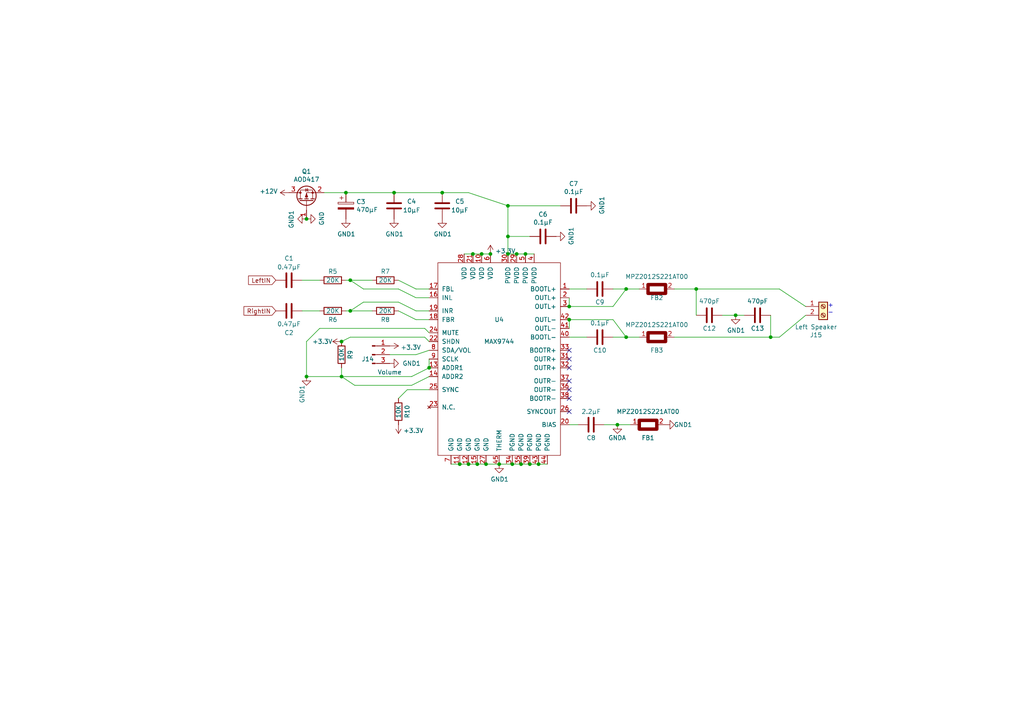
<source format=kicad_sch>
(kicad_sch (version 20211123) (generator eeschema)
  (paper "A4")
  (lib_symbols
    (symbol "Connector:Conn_01x03_Male" (pin_names (offset 1.016) hide)
      (property "Reference" "J" (at 0 5.08 0))
      (property "Value" "Conn_01x03_Male" (at 0 -5.08 0))
      (symbol "Conn_01x03_Male_1_1"
        (polyline (pts (xy 1.27 -2.54) (xy 0.8636 -2.54)) (stroke (width 0.1524)))
        (polyline (pts (xy 1.27 0) (xy 0.8636 0)) (stroke (width 0.1524)))
        (polyline (pts (xy 1.27 2.54) (xy 0.8636 2.54)) (stroke (width 0.1524)))
        (rectangle (start 0.8636 -2.413) (end 0 -2.667) (stroke (width 0.1524)) (fill (type outline)))
        (rectangle (start 0.8636 0.127) (end 0 -0.127) (stroke (width 0.1524)) (fill (type outline)))
        (rectangle (start 0.8636 2.667) (end 0 2.413) (stroke (width 0.1524)) (fill (type outline)))
        (pin passive line (at 5.08 2.54 180) (length 3.81) (name "Pin_1") (number "1"))
        (pin passive line (at 5.08 0 180) (length 3.81) (name "Pin_2") (number "2"))
        (pin passive line (at 5.08 -2.54 180) (length 3.81) (name "Pin_3") (number "3"))
      )
    )
    (symbol "Connector:Screw_Terminal_01x02" (pin_names (offset 1.016) hide)
      (property "Reference" "J" (at 0 2.54 0))
      (property "Value" "Screw_Terminal_01x02" (at 0 -5.08 0))
      (symbol "Screw_Terminal_01x02_1_1"
        (rectangle (start -1.27 1.27) (end 1.27 -3.81) (stroke (width 0.254)) (fill (type background)))
        (circle (center 0 -2.54) (radius 0.635) (stroke (width 0.1524)))
        (polyline (pts (xy -0.5334 -2.2098) (xy 0.3302 -3.048)) (stroke (width 0.1524)))
        (polyline (pts (xy -0.5334 0.3302) (xy 0.3302 -0.508)) (stroke (width 0.1524)))
        (polyline (pts (xy -0.3556 -2.032) (xy 0.508 -2.8702)) (stroke (width 0.1524)))
        (polyline (pts (xy -0.3556 0.508) (xy 0.508 -0.3302)) (stroke (width 0.1524)))
        (circle (center 0 0) (radius 0.635) (stroke (width 0.1524)))
        (pin passive line (at -5.08 0 0) (length 3.81) (name "Pin_1") (number "1"))
        (pin passive line (at -5.08 -2.54 0) (length 3.81) (name "Pin_2") (number "2"))
      )
    )
    (symbol "Device:C" (pin_numbers hide) (pin_names (offset 0.254))
      (property "Reference" "C" (at 0.635 2.54 0))
      (property "Value" "C" (at 0.635 -2.54 0))
      (symbol "C_0_1"
        (polyline (pts (xy -2.032 -0.762) (xy 2.032 -0.762)) (stroke (width 0.508)))
        (polyline (pts (xy -2.032 0.762) (xy 2.032 0.762)) (stroke (width 0.508)))
      )
      (symbol "C_1_1"
        (pin passive line (at 0 3.81 270) (length 2.794) (name "~") (number "1"))
        (pin passive line (at 0 -3.81 90) (length 2.794) (name "~") (number "2"))
      )
    )
    (symbol "Device:C_Polarized" (pin_numbers hide) (pin_names (offset 0.254))
      (property "Reference" "C" (at 0.635 2.54 0))
      (property "Value" "C_Polarized" (at 0.635 -2.54 0))
      (symbol "C_Polarized_0_1"
        (rectangle (start -2.286 0.508) (end 2.286 1.016))
        (polyline (pts (xy -1.778 2.286) (xy -0.762 2.286)))
        (polyline (pts (xy -1.27 2.794) (xy -1.27 1.778)))
        (rectangle (start 2.286 -0.508) (end -2.286 -1.016) (fill (type outline)))
      )
      (symbol "C_Polarized_1_1"
        (pin passive line (at 0 3.81 270) (length 2.794) (name "~") (number "1"))
        (pin passive line (at 0 -3.81 90) (length 2.794) (name "~") (number "2"))
      )
    )
    (symbol "Device:R" (pin_numbers hide) (pin_names (offset 0))
      (property "Reference" "R" (at 2.032 0 90))
      (property "Value" "R" (at 0 0 90))
      (symbol "R_0_1"
        (rectangle (start -1.016 -2.54) (end 1.016 2.54) (stroke (width 0.254)))
      )
      (symbol "R_1_1"
        (pin passive line (at 0 3.81 270) (length 1.27) (name "~") (number "1"))
        (pin passive line (at 0 -3.81 90) (length 1.27) (name "~") (number "2"))
      )
    )
    (symbol "Transistor_FET:AO3401A" (pin_names hide)
      (property "Reference" "Q" (at 5.08 1.905 0))
      (property "Value" "AO3401A" (at 5.08 0 0))
      (symbol "AO3401A_0_1"
        (polyline (pts (xy 0.254 0) (xy -2.54 0)))
        (polyline (pts (xy 0.254 1.905) (xy 0.254 -1.905)) (stroke (width 0.254)))
        (polyline (pts (xy 0.762 -1.27) (xy 0.762 -2.286)) (stroke (width 0.254)))
        (polyline (pts (xy 0.762 0.508) (xy 0.762 -0.508)) (stroke (width 0.254)))
        (polyline (pts (xy 0.762 2.286) (xy 0.762 1.27)) (stroke (width 0.254)))
        (polyline (pts (xy 2.54 2.54) (xy 2.54 1.778)))
        (polyline (pts (xy 2.54 -2.54) (xy 2.54 0) (xy 0.762 0)))
        (polyline (pts (xy 0.762 1.778) (xy 3.302 1.778) (xy 3.302 -1.778) (xy 0.762 -1.778)))
        (polyline (pts (xy 2.286 0) (xy 1.27 0.381) (xy 1.27 -0.381) (xy 2.286 0)) (fill (type outline)))
        (polyline (pts (xy 2.794 -0.508) (xy 2.921 -0.381) (xy 3.683 -0.381) (xy 3.81 -0.254)))
        (polyline (pts (xy 3.302 -0.381) (xy 2.921 0.254) (xy 3.683 0.254) (xy 3.302 -0.381)))
        (circle (center 1.651 0) (radius 2.794) (stroke (width 0.254)))
        (circle (center 2.54 -1.778) (radius 0.254) (fill (type outline)))
        (circle (center 2.54 1.778) (radius 0.254) (fill (type outline)))
      )
      (symbol "AO3401A_1_1"
        (pin input line (at -5.08 0 0) (length 2.54) (name "G") (number "1"))
        (pin passive line (at 2.54 -5.08 90) (length 2.54) (name "S") (number "2"))
        (pin passive line (at 2.54 5.08 270) (length 2.54) (name "D") (number "3"))
      )
    )
    (symbol "UsefulModifications:MAX9744" (pin_names (offset 1.1176))
      (property "Reference" "U" (at 0 3.81 0))
      (property "Value" "MAX9744" (at 0 6.35 0))
      (symbol "MAX9744_0_1"
        (polyline (pts (xy -17.78 22.86) (xy 17.78 22.86) (xy 17.78 -33.02) (xy -17.78 -33.02) (xy -17.78 22.86)))
      )
      (symbol "MAX9744_1_1"
        (pin output line (at 20.32 15.24 180) (length 2.54) (name "BOOTL+") (number "1"))
        (pin power_in line (at -5.08 25.4 270) (length 2.54) (name "VDD") (number "10"))
        (pin passive line (at -11.43 -35.56 90) (length 2.54) (name "GND") (number "11"))
        (pin passive line (at -8.89 -35.56 90) (length 2.54) (name "GND") (number "12"))
        (pin input line (at -20.32 -7.62 0) (length 2.54) (name "ADDR1") (number "13"))
        (pin input line (at -20.32 -10.16 0) (length 2.54) (name "ADDR2") (number "14"))
        (pin passive line (at -6.35 -35.56 90) (length 2.54) (name "GND") (number "15"))
        (pin passive line (at -20.32 12.7 0) (length 2.54) (name "INL") (number "16"))
        (pin passive line (at -20.32 15.24 0) (length 2.54) (name "FBL") (number "17"))
        (pin passive line (at -20.32 6.35 0) (length 2.54) (name "FBR") (number "18"))
        (pin passive line (at -20.32 8.89 0) (length 2.54) (name "INR") (number "19"))
        (pin passive line (at 20.32 12.7 180) (length 2.54) (name "OUTL+") (number "2"))
        (pin passive line (at 20.32 -24.13 180) (length 2.54) (name "BIAS") (number "20"))
        (pin power_in line (at -7.62 25.4 270) (length 2.54) (name "VDD") (number "21"))
        (pin input line (at -20.32 0 0) (length 2.54) (name "SHDN") (number "22"))
        (pin no_connect line (at -20.32 -19.05 0) (length 2.54) (name "N.C.") (number "23"))
        (pin input line (at -20.32 2.54 0) (length 2.54) (name "MUTE") (number "24"))
        (pin input line (at -20.32 -13.97 0) (length 2.54) (name "SYNC") (number "25"))
        (pin output line (at 20.32 -20.32 180) (length 2.54) (name "SYNCOUT") (number "26"))
        (pin passive line (at -3.81 -35.56 90) (length 2.54) (name "GND") (number "27"))
        (pin power_in line (at -10.16 25.4 270) (length 2.54) (name "VDD") (number "28"))
        (pin power_in line (at 5.08 25.4 270) (length 2.54) (name "PVDD") (number "29"))
        (pin output line (at 20.32 10.16 180) (length 2.54) (name "OUTL+") (number "3"))
        (pin power_in line (at 2.54 25.4 270) (length 2.54) (name "PVDD") (number "30"))
        (pin output line (at 20.32 -5.08 180) (length 2.54) (name "OUTR+") (number "31"))
        (pin output line (at 20.32 -7.62 180) (length 2.54) (name "OUTR+") (number "32"))
        (pin output line (at 20.32 -2.54 180) (length 2.54) (name "BOOTR+") (number "33"))
        (pin passive line (at 3.81 -35.56 90) (length 2.54) (name "PGND") (number "34"))
        (pin passive line (at 6.35 -35.56 90) (length 2.54) (name "PGND") (number "35"))
        (pin output line (at 20.32 -13.97 180) (length 2.54) (name "OUTR-") (number "36"))
        (pin output line (at 20.32 -11.43 180) (length 2.54) (name "OUTR-") (number "37"))
        (pin output line (at 20.32 -16.51 180) (length 2.54) (name "BOOTR-") (number "38"))
        (pin passive line (at 8.89 -35.56 90) (length 2.54) (name "PGND") (number "39"))
        (pin power_in line (at 10.16 25.4 270) (length 2.54) (name "PVDD") (number "4"))
        (pin output line (at 20.32 1.27 180) (length 2.54) (name "BOOTL-") (number "40"))
        (pin passive line (at 20.32 3.81 180) (length 2.54) (name "OUTL-") (number "41"))
        (pin output line (at 20.32 6.35 180) (length 2.54) (name "OUTL-") (number "42"))
        (pin passive line (at 11.43 -35.56 90) (length 2.54) (name "PGND") (number "43"))
        (pin passive line (at 13.97 -35.56 90) (length 2.54) (name "PGND") (number "44"))
        (pin passive line (at 0 -35.56 90) (length 2.54) (name "THERM") (number "45"))
        (pin power_in line (at 7.62 25.4 270) (length 2.54) (name "PVDD") (number "5"))
        (pin power_in line (at -2.54 25.4 270) (length 2.54) (name "VDD") (number "6"))
        (pin passive line (at -13.97 -35.56 90) (length 2.54) (name "GND") (number "7"))
        (pin input line (at -20.32 -2.54 0) (length 2.54) (name "SDA/VOL") (number "8"))
        (pin input line (at -20.32 -5.08 0) (length 2.54) (name "SCLK") (number "9"))
      )
    )
    (symbol "UsefulModifications:MPZ2012S221AT00" (pin_names (offset 1.016))
      (property "Reference" "FB" (at 0 -2.54 0))
      (property "Value" "MPZ2012S221AT00" (at 0 0 0))
      (symbol "MPZ2012S221AT00_0_1"
        (polyline (pts (xy -2.54 -6.35) (xy -2.54 -5.08) (xy 2.54 -5.08) (xy 2.54 -6.35) (xy 2.54 -7.62) (xy -2.54 -7.62) (xy -2.54 -6.35) (xy -2.54 -5.08)) (stroke (width 0.9906)))
      )
      (symbol "MPZ2012S221AT00_1_1"
        (pin passive line (at -5.08 -6.35 0) (length 2.54) (name "~") (number "1"))
        (pin passive line (at 5.08 -6.35 180) (length 2.54) (name "~") (number "2"))
      )
    )
    (symbol "power:+12V" (power) (pin_names (offset 0))
      (property "Value" "+12V" (at 0 3.556 0))
      (symbol "+12V_0_1"
        (polyline (pts (xy -0.762 1.27) (xy 0 2.54)))
        (polyline (pts (xy 0 0) (xy 0 2.54)))
        (polyline (pts (xy 0 2.54) (xy 0.762 1.27)))
      )
      (symbol "+12V_1_1"
        (pin power_in line (at 0 0 90) (length 0) hide (name "+12V") (number "1"))
      )
    )
    (symbol "power:+3.3V" (power) (pin_names (offset 0))
      (property "Value" "+3.3V" (at 0 3.556 0))
      (symbol "+3.3V_0_1"
        (polyline (pts (xy -0.762 1.27) (xy 0 2.54)))
        (polyline (pts (xy 0 0) (xy 0 2.54)))
        (polyline (pts (xy 0 2.54) (xy 0.762 1.27)))
      )
      (symbol "+3.3V_1_1"
        (pin power_in line (at 0 0 90) (length 0) hide (name "+3.3V") (number "1"))
      )
    )
    (symbol "power:GND" (power) (pin_names (offset 0))
      (property "Value" "GND" (at 0 -3.81 0))
      (symbol "GND_0_1"
        (polyline (pts (xy 0 0) (xy 0 -1.27) (xy 1.27 -1.27) (xy 0 -2.54) (xy -1.27 -1.27) (xy 0 -1.27)))
      )
      (symbol "GND_1_1"
        (pin power_in line (at 0 0 270) (length 0) hide (name "GND") (number "1"))
      )
    )
    (symbol "power:GND1" (power) (pin_names (offset 0))
      (property "Value" "GND1" (at 0 -3.81 0))
      (symbol "GND1_0_1"
        (polyline (pts (xy 0 0) (xy 0 -1.27) (xy 1.27 -1.27) (xy 0 -2.54) (xy -1.27 -1.27) (xy 0 -1.27)))
      )
      (symbol "GND1_1_1"
        (pin power_in line (at 0 0 270) (length 0) hide (name "GND1") (number "1"))
      )
    )
    (symbol "power:GNDA" (power) (pin_names (offset 0))
      (property "Value" "GNDA" (at 0 -3.81 0))
      (symbol "GNDA_0_1"
        (polyline (pts (xy 0 0) (xy 0 -1.27) (xy 1.27 -1.27) (xy 0 -2.54) (xy -1.27 -1.27) (xy 0 -1.27)))
      )
      (symbol "GNDA_1_1"
        (pin power_in line (at 0 0 270) (length 0) hide (name "GNDA") (number "1"))
      )
    )
  )
  (junction (at 179.07 123.19))
  (junction (at 181.61 97.79))
  (junction (at 101.6 90.17))
  (junction (at 144.78 134.62))
  (junction (at 101.6 81.28))
  (junction (at 213.36 91.44))
  (junction (at 153.67 134.62))
  (junction (at 133.35 134.62))
  (junction (at 114.3 55.88))
  (junction (at 152.4 73.66))
  (junction (at 165.1 88.9))
  (junction (at 139.7 73.66))
  (junction (at 165.1 92.71))
  (junction (at 124.46 106.68))
  (junction (at 138.43 134.62))
  (junction (at 128.27 55.88))
  (junction (at 88.9 63.5))
  (junction (at 135.89 134.62))
  (junction (at 223.52 97.79))
  (junction (at 147.32 73.66))
  (junction (at 156.21 134.62))
  (junction (at 149.86 73.66))
  (junction (at 181.61 83.82))
  (junction (at 147.32 59.69))
  (junction (at 88.9 109.22))
  (junction (at 137.16 73.66))
  (junction (at 100.33 55.88))
  (junction (at 99.06 109.22))
  (junction (at 140.97 134.62))
  (junction (at 99.06 99.06))
  (junction (at 147.32 68.58))
  (junction (at 201.93 83.82))
  (junction (at 148.59 134.62))
  (junction (at 142.24 73.66))
  (junction (at 151.13 134.62))
  (no_connect (at 165.1 106.68))
  (no_connect (at 165.1 110.49))
  (no_connect (at 165.1 119.38))
  (no_connect (at 165.1 115.57))
  (no_connect (at 165.1 101.6))
  (no_connect (at 165.1 113.03))
  (no_connect (at 165.1 104.14))
  (wire (pts (xy 177.8 83.82) (xy 181.61 83.82)))
  (wire (pts (xy 201.93 91.44) (xy 201.93 83.82)))
  (wire (pts (xy 144.78 134.62) (xy 148.59 134.62)))
  (wire (pts (xy 88.9 109.22) (xy 99.06 109.22)))
  (wire (pts (xy 138.43 134.62) (xy 140.97 134.62)))
  (wire (pts (xy 147.32 73.66) (xy 149.86 73.66)))
  (wire (pts (xy 120.65 92.71) (xy 124.46 92.71)))
  (wire (pts (xy 137.16 73.66) (xy 139.7 73.66)))
  (wire (pts (xy 99.06 106.68) (xy 99.06 109.22)))
  (wire (pts (xy 102.87 111.76) (xy 99.06 109.22)))
  (wire (pts (xy 152.4 73.66) (xy 154.94 73.66)))
  (wire (pts (xy 114.3 55.88) (xy 128.27 55.88)))
  (wire (pts (xy 165.1 95.25) (xy 165.1 92.71)))
  (wire (pts (xy 124.46 104.14) (xy 124.46 106.68)))
  (wire (pts (xy 105.41 83.82) (xy 101.6 81.28)))
  (wire (pts (xy 124.46 99.06) (xy 123.19 97.79)))
  (wire (pts (xy 179.07 123.19) (xy 182.88 123.19)))
  (wire (pts (xy 209.55 91.44) (xy 213.36 91.44)))
  (wire (pts (xy 165.1 83.82) (xy 170.18 83.82)))
  (wire (pts (xy 135.89 55.88) (xy 147.32 59.69)))
  (wire (pts (xy 124.46 106.68) (xy 119.38 109.22)))
  (wire (pts (xy 115.57 81.28) (xy 120.65 83.82)))
  (wire (pts (xy 107.95 90.17) (xy 101.6 90.17)))
  (wire (pts (xy 226.06 97.79) (xy 233.68 91.44)))
  (wire (pts (xy 139.7 73.66) (xy 142.24 73.66)))
  (wire (pts (xy 123.19 97.79) (xy 101.6 97.79)))
  (wire (pts (xy 101.6 90.17) (xy 100.33 90.17)))
  (wire (pts (xy 115.57 90.17) (xy 120.65 92.71)))
  (wire (pts (xy 113.03 102.87) (xy 120.65 102.87)))
  (wire (pts (xy 147.32 59.69) (xy 147.32 68.58)))
  (wire (pts (xy 147.32 73.66) (xy 147.32 68.58)))
  (wire (pts (xy 149.86 73.66) (xy 152.4 73.66)))
  (wire (pts (xy 124.46 109.22) (xy 119.38 111.76)))
  (wire (pts (xy 87.63 90.17) (xy 92.71 90.17)))
  (wire (pts (xy 115.57 83.82) (xy 120.65 86.36)))
  (wire (pts (xy 118.11 113.03) (xy 124.46 113.03)))
  (wire (pts (xy 201.93 83.82) (xy 226.06 83.82)))
  (wire (pts (xy 123.19 95.25) (xy 92.71 95.25)))
  (wire (pts (xy 115.57 115.57) (xy 118.11 113.03)))
  (wire (pts (xy 181.61 83.82) (xy 185.42 83.82)))
  (wire (pts (xy 130.81 134.62) (xy 133.35 134.62)))
  (wire (pts (xy 105.41 87.63) (xy 115.57 87.63)))
  (wire (pts (xy 223.52 91.44) (xy 223.52 97.79)))
  (wire (pts (xy 120.65 102.87) (xy 124.46 101.6)))
  (wire (pts (xy 105.41 83.82) (xy 115.57 83.82)))
  (wire (pts (xy 140.97 134.62) (xy 144.78 134.62)))
  (wire (pts (xy 165.1 92.71) (xy 177.8 92.71)))
  (wire (pts (xy 177.8 97.79) (xy 181.61 97.79)))
  (wire (pts (xy 226.06 83.82) (xy 233.68 88.9)))
  (wire (pts (xy 213.36 91.44) (xy 215.9 91.44)))
  (wire (pts (xy 105.41 87.63) (xy 101.6 90.17)))
  (wire (pts (xy 151.13 134.62) (xy 153.67 134.62)))
  (wire (pts (xy 119.38 111.76) (xy 102.87 111.76)))
  (wire (pts (xy 165.1 88.9) (xy 177.8 88.9)))
  (wire (pts (xy 148.59 134.62) (xy 151.13 134.62)))
  (wire (pts (xy 124.46 96.52) (xy 123.19 95.25)))
  (wire (pts (xy 177.8 92.71) (xy 181.61 97.79)))
  (wire (pts (xy 147.32 68.58) (xy 153.67 68.58)))
  (wire (pts (xy 165.1 86.36) (xy 165.1 88.9)))
  (wire (pts (xy 175.26 123.19) (xy 179.07 123.19)))
  (wire (pts (xy 87.63 81.28) (xy 92.71 81.28)))
  (wire (pts (xy 120.65 83.82) (xy 124.46 83.82)))
  (wire (pts (xy 115.57 87.63) (xy 120.65 90.17)))
  (wire (pts (xy 134.62 73.66) (xy 137.16 73.66)))
  (wire (pts (xy 101.6 81.28) (xy 100.33 81.28)))
  (wire (pts (xy 93.98 55.88) (xy 100.33 55.88)))
  (wire (pts (xy 223.52 97.79) (xy 226.06 97.79)))
  (wire (pts (xy 128.27 55.88) (xy 135.89 55.88)))
  (wire (pts (xy 165.1 97.79) (xy 170.18 97.79)))
  (wire (pts (xy 119.38 109.22) (xy 99.06 109.22)))
  (wire (pts (xy 101.6 97.79) (xy 99.06 99.06)))
  (wire (pts (xy 147.32 59.69) (xy 162.56 59.69)))
  (wire (pts (xy 177.8 88.9) (xy 181.61 83.82)))
  (wire (pts (xy 181.61 97.79) (xy 185.42 97.79)))
  (wire (pts (xy 165.1 123.19) (xy 167.64 123.19)))
  (wire (pts (xy 120.65 90.17) (xy 124.46 90.17)))
  (wire (pts (xy 153.67 134.62) (xy 156.21 134.62)))
  (wire (pts (xy 195.58 83.82) (xy 201.93 83.82)))
  (wire (pts (xy 88.9 99.06) (xy 92.71 95.25)))
  (wire (pts (xy 195.58 97.79) (xy 223.52 97.79)))
  (wire (pts (xy 135.89 134.62) (xy 138.43 134.62)))
  (wire (pts (xy 120.65 86.36) (xy 124.46 86.36)))
  (wire (pts (xy 107.95 81.28) (xy 101.6 81.28)))
  (wire (pts (xy 156.21 134.62) (xy 158.75 134.62)))
  (wire (pts (xy 100.33 55.88) (xy 114.3 55.88)))
  (wire (pts (xy 133.35 134.62) (xy 135.89 134.62)))
  (wire (pts (xy 88.9 99.06) (xy 88.9 109.22)))
  (text "+\n-" (at 240.03 91.44 0) (effects (font (size 1.27 1.27)) (justify left bottom)))
  (global_label "RightIN" (shape input) (at 80.01 90.17 180) (property "Intersheet References" "${INTERSHEET_REFS}" (effects hide)))
  (global_label "LeftIN" (shape input) (at 80.01 81.28 180) (property "Intersheet References" "${INTERSHEET_REFS}" (effects hide)))
  (symbol (lib_id "UsefulModifications:MAX9744") (at 144.78 99.06 0) (unit 1)
    (property "Reference" "U4" (at 144.78 92.71 0))
    (property "Value" "MAX9744" (at 144.78 99.06 0))
    (property "Footprint" "Useful Modifications:max9744eth&plus_Mod" (effects hide))
    (property "Datasheet" "https://datasheets.maximintegrated.com/en/ds/MAX9744.pdf" (effects hide))
    (property "DigiKey ID" "MAX9744ETH+-ND" (effects hide))
  )
  (symbol (lib_id "power:GND1") (at 161.29 68.58 90) (unit 1)
    (property "Reference" "#PWR058" (effects hide))
    (property "Value" "GND1" (at 165.6842 68.453 0))
  )
  (symbol (lib_id "Device:C") (at 157.48 68.58 270) (unit 1)
    (property "Reference" "C6" (at 157.48 62.1792 90))
    (property "Value" "0.1µF" (at 157.48 64.4906 90))
    (property "Footprint" "Capacitor_SMD:C_0805_2012Metric_Pad1.15x1.40mm_HandSolder" (effects hide))
    (property "Datasheet" "https://content.kemet.com/datasheets/KEM_C1002_X7R_SMD.pdf" (effects hide))
    (property "DigiKey ID" "	399-8000-1-ND" (effects hide))
  )
  (symbol (lib_id "Device:C") (at 166.37 59.69 270) (unit 1)
    (property "Reference" "C7" (at 166.37 53.2892 90))
    (property "Value" "0.1µF" (at 166.37 55.6006 90))
    (property "Footprint" "Capacitor_SMD:C_0805_2012Metric_Pad1.15x1.40mm_HandSolder" (effects hide))
    (property "Datasheet" "https://content.kemet.com/datasheets/KEM_C1002_X7R_SMD.pdf" (effects hide))
    (property "DigiKey ID" "	399-8000-1-ND" (effects hide))
  )
  (symbol (lib_id "power:GND1") (at 144.78 134.62 0) (unit 1)
    (property "Reference" "#PWR055" (effects hide))
    (property "Value" "GND1" (at 144.907 139.0142 0))
  )
  (symbol (lib_id "power:GND1") (at 170.18 59.69 90) (unit 1)
    (property "Reference" "#PWR060" (effects hide))
    (property "Value" "GND1" (at 174.5742 59.563 0))
  )
  (symbol (lib_id "Device:C") (at 173.99 83.82 270) (unit 1)
    (property "Reference" "C9" (at 173.99 87.63 90))
    (property "Value" "0.1µF" (at 173.99 79.7306 90))
    (property "Footprint" "Capacitor_SMD:C_0805_2012Metric_Pad1.15x1.40mm_HandSolder" (effects hide))
    (property "Datasheet" "https://content.kemet.com/datasheets/KEM_C1002_X7R_SMD.pdf" (effects hide))
    (property "DigiKey ID" "	399-8000-1-ND" (effects hide))
  )
  (symbol (lib_id "Device:C") (at 173.99 97.79 270) (unit 1)
    (property "Reference" "C10" (at 173.99 101.6 90))
    (property "Value" "0.1µF" (at 173.99 93.7006 90))
    (property "Footprint" "Capacitor_SMD:C_0805_2012Metric_Pad1.15x1.40mm_HandSolder" (effects hide))
    (property "Datasheet" "https://content.kemet.com/datasheets/KEM_C1002_X7R_SMD.pdf" (effects hide))
    (property "DigiKey ID" "	399-8000-1-ND" (effects hide))
  )
  (symbol (lib_id "UsefulModifications:MPZ2012S221AT00") (at 190.5 77.47 0) (unit 1)
    (property "Reference" "FB2" (at 190.5 86.36 0))
    (property "Value" "MPZ2012S221AT00" (at 190.5 80.2386 0))
    (property "Footprint" "Inductor_SMD:L_0805_2012Metric_Pad1.15x1.40mm_HandSolder" (effects hide))
    (property "Datasheet" "https://product.tdk.com/info/en/catalog/datasheets/beads_commercial_power_mpz2012_en.pdf" (effects hide))
    (property "DigiKey ID" "445-1568-1-ND" (effects hide))
  )
  (symbol (lib_id "UsefulModifications:MPZ2012S221AT00") (at 190.5 91.44 0) (unit 1)
    (property "Reference" "FB3" (at 190.5 101.6 0))
    (property "Value" "MPZ2012S221AT00" (at 190.5 94.2086 0))
    (property "Footprint" "Inductor_SMD:L_0805_2012Metric_Pad1.15x1.40mm_HandSolder" (effects hide))
    (property "Datasheet" "https://product.tdk.com/info/en/catalog/datasheets/beads_commercial_power_mpz2012_en.pdf" (effects hide))
    (property "DigiKey ID" "445-1568-1-ND" (effects hide))
  )
  (symbol (lib_id "Device:C") (at 205.74 91.44 270) (unit 1)
    (property "Reference" "C12" (at 205.74 95.25 90))
    (property "Value" "470pF" (at 205.74 87.3506 90))
    (property "Footprint" "Capacitor_SMD:C_0805_2012Metric_Pad1.15x1.40mm_HandSolder" (effects hide))
    (property "Datasheet" "https://content.kemet.com/datasheets/KEM_C1002_X7R_SMD.pdf" (effects hide))
    (property "DigiKey ID" "399-1142-1-ND" (effects hide))
  )
  (symbol (lib_id "Device:C") (at 219.71 91.44 270) (unit 1)
    (property "Reference" "C13" (at 219.71 95.25 90))
    (property "Value" "470pF" (at 219.71 87.3506 90))
    (property "Footprint" "Capacitor_SMD:C_0805_2012Metric_Pad1.15x1.40mm_HandSolder" (effects hide))
    (property "Datasheet" "https://content.kemet.com/datasheets/KEM_C1002_X7R_SMD.pdf" (effects hide))
    (property "DigiKey ID" "399-1142-1-ND" (effects hide))
  )
  (symbol (lib_id "Connector:Screw_Terminal_01x02") (at 238.76 88.9 0) (unit 1)
    (property "Reference" "J15" (at 236.6772 97.155 0))
    (property "Value" "Left Speaker" (at 236.6772 94.8436 0))
    (property "Footprint" "Useful Modifications:TerminalBlock_bornier-2_P5.08mm" (effects hide))
  )
  (symbol (lib_id "power:GND1") (at 213.36 91.44 0) (unit 1)
    (property "Reference" "#PWR065" (effects hide))
    (property "Value" "GND1" (at 213.487 95.8342 0))
  )
  (symbol (lib_id "Device:C") (at 171.45 123.19 90) (unit 1)
    (property "Reference" "C8" (at 171.45 127 90))
    (property "Value" "2.2µF" (at 171.45 119.38 90))
    (property "Footprint" "Capacitor_SMD:C_0805_2012Metric_Pad1.15x1.40mm_HandSolder" (effects hide))
    (property "Datasheet" "https://content.kemet.com/datasheets/KEM_C1002_X7R_SMD.pdf" (effects hide))
    (property "DigiKey ID" "399-11941-1-ND" (effects hide))
  )
  (symbol (lib_id "UsefulModifications:MPZ2012S221AT00") (at 187.96 116.84 0) (unit 1)
    (property "Reference" "FB1" (at 187.96 127 0))
    (property "Value" "MPZ2012S221AT00" (at 187.96 119.38 0))
    (property "Footprint" "Inductor_SMD:L_0805_2012Metric_Pad1.15x1.40mm_HandSolder" (effects hide))
    (property "Datasheet" "https://product.tdk.com/info/en/catalog/datasheets/beads_commercial_power_mpz2012_en.pdf" (effects hide))
    (property "DigiKey ID" "445-1568-1-ND" (effects hide))
  )
  (symbol (lib_id "power:GND1") (at 193.04 123.19 90) (unit 1)
    (property "Reference" "#PWR064" (effects hide))
    (property "Value" "GND1" (at 198.12 123.19 90))
  )
  (symbol (lib_id "power:GNDA") (at 179.07 123.19 0) (unit 1)
    (property "Reference" "#PWR061" (effects hide))
    (property "Value" "GNDA" (at 181.61 127 0) (effects (justify right)))
  )
  (symbol (lib_id "Device:R") (at 111.76 81.28 270) (unit 1)
    (property "Reference" "R7" (at 111.76 78.74 90))
    (property "Value" "20K" (at 111.76 81.28 90))
    (property "Footprint" "Resistor_SMD:R_0805_2012Metric_Pad1.15x1.40mm_HandSolder" (effects hide))
    (property "Datasheet" "https://www.yageo.com/upload/media/product/productsearch/datasheet/rchip/PYu-RC_Group_51_RoHS_L_11.pdf" (effects hide))
    (property "DigiKey ID" "	311-20.0KCRCT-ND" (effects hide))
  )
  (symbol (lib_id "Device:R") (at 111.76 90.17 270) (unit 1)
    (property "Reference" "R8" (at 111.76 92.71 90))
    (property "Value" "20K" (at 111.76 90.17 90))
    (property "Footprint" "Resistor_SMD:R_0805_2012Metric_Pad1.15x1.40mm_HandSolder" (effects hide))
    (property "Datasheet" "https://www.yageo.com/upload/media/product/productsearch/datasheet/rchip/PYu-RC_Group_51_RoHS_L_11.pdf" (effects hide))
    (property "DigiKey ID" "	311-20.0KCRCT-ND" (effects hide))
  )
  (symbol (lib_id "Device:R") (at 96.52 81.28 270) (unit 1)
    (property "Reference" "R5" (at 96.52 78.74 90))
    (property "Value" "20K" (at 96.52 81.28 90))
    (property "Footprint" "Resistor_SMD:R_0805_2012Metric_Pad1.15x1.40mm_HandSolder" (effects hide))
    (property "Datasheet" "https://www.yageo.com/upload/media/product/productsearch/datasheet/rchip/PYu-RC_Group_51_RoHS_L_11.pdf" (effects hide))
    (property "DigiKey ID" "	311-20.0KCRCT-ND" (effects hide))
  )
  (symbol (lib_id "Device:R") (at 96.52 90.17 270) (unit 1)
    (property "Reference" "R6" (at 96.52 92.71 90))
    (property "Value" "20K" (at 96.52 90.17 90))
    (property "Footprint" "Resistor_SMD:R_0805_2012Metric_Pad1.15x1.40mm_HandSolder" (effects hide))
    (property "Datasheet" "https://www.yageo.com/upload/media/product/productsearch/datasheet/rchip/PYu-RC_Group_51_RoHS_L_11.pdf" (effects hide))
    (property "DigiKey ID" "	311-20.0KCRCT-ND" (effects hide))
  )
  (symbol (lib_id "Device:C") (at 83.82 81.28 270) (unit 1)
    (property "Reference" "C1" (at 83.82 74.93 90))
    (property "Value" "0.47µF" (at 83.82 77.47 90))
    (property "Footprint" "Capacitor_SMD:C_0805_2012Metric_Pad1.15x1.40mm_HandSolder" (effects hide))
    (property "Datasheet" "https://content.kemet.com/datasheets/KEM_C1002_X7R_SMD.pdf" (effects hide))
    (property "DigiKey ID" "399-8099-1-ND" (effects hide))
  )
  (symbol (lib_id "Device:C") (at 83.82 90.17 270) (unit 1)
    (property "Reference" "C2" (at 83.82 96.52 90))
    (property "Value" "0.47µF" (at 83.82 93.98 90))
    (property "Footprint" "Capacitor_SMD:C_0805_2012Metric_Pad1.15x1.40mm_HandSolder" (effects hide))
    (property "Datasheet" "https://content.kemet.com/datasheets/KEM_C1002_X7R_SMD.pdf" (effects hide))
    (property "DigiKey ID" "399-8099-1-ND" (effects hide))
  )
  (symbol (lib_id "Connector:Conn_01x03_Male") (at 107.95 102.87 0) (unit 1)
    (property "Reference" "J14" (at 106.68 104.14 0))
    (property "Value" "Volume" (at 113.03 107.95 0))
    (property "Footprint" "Useful Modifications:JST_XH_B3B-XH-A_1x03_P2.54mm_Vertical" (effects hide))
  )
  (symbol (lib_id "Transistor_FET:AO3401A") (at 88.9 58.42 90) (unit 1)
    (property "Reference" "Q1" (at 88.9 49.7332 90))
    (property "Value" "AOD417" (at 88.9 52.0446 90))
    (property "Footprint" "Useful Modifications:TO-252-2pin3D" (effects hide))
    (property "Datasheet" "http://aosmd.com/res/data_sheets/AOD417.pdf" (effects hide))
    (property "DigiKey ID" "	785-1106-1-ND" (effects hide))
  )
  (symbol (lib_id "power:+12V") (at 83.82 55.88 90) (unit 1)
    (property "Reference" "#PWR047" (effects hide))
    (property "Value" "+12V" (at 80.5688 55.499 90) (effects (justify left)))
  )
  (symbol (lib_id "Device:C_Polarized") (at 100.33 59.69 0) (unit 1)
    (property "Reference" "C3" (at 103.3272 58.5216 0) (effects (justify left)))
    (property "Value" "470µF" (at 103.3272 60.833 0) (effects (justify left)))
    (property "Footprint" "Capacitor_THT:CP_Radial_D8.0mm_P3.50mm" (effects hide))
    (property "DigiKey ID" "1189-1859-ND" (effects hide))
  )
  (symbol (lib_id "power:GND1") (at 100.33 63.5 0) (unit 1)
    (property "Reference" "#PWR051" (effects hide))
    (property "Value" "GND1" (at 100.457 67.8942 0))
  )
  (symbol (lib_id "power:GND1") (at 114.3 63.5 0) (unit 1)
    (property "Reference" "#PWR053" (effects hide))
    (property "Value" "GND1" (at 114.427 67.8942 0))
  )
  (symbol (lib_id "Device:C") (at 114.3 59.69 180) (unit 1)
    (property "Reference" "C4" (at 119.38 58.42 0))
    (property "Value" "10µF" (at 119.38 60.96 0))
    (property "Footprint" "Capacitor_SMD:C_0805_2012Metric_Pad1.15x1.40mm_HandSolder" (effects hide))
    (property "Datasheet" "https://content.kemet.com/datasheets/KEM_C1006_X5R_SMD.pdf" (effects hide))
    (property "DigiKey ID" "	399-8012-1-ND" (effects hide))
  )
  (symbol (lib_id "power:GND1") (at 128.27 63.5 0) (unit 1)
    (property "Reference" "#PWR057" (effects hide))
    (property "Value" "GND1" (at 128.397 67.8942 0))
  )
  (symbol (lib_id "Device:C") (at 128.27 59.69 180) (unit 1)
    (property "Reference" "C5" (at 133.35 58.42 0))
    (property "Value" "10µF" (at 133.35 60.96 0))
    (property "Footprint" "Capacitor_SMD:C_0805_2012Metric_Pad1.15x1.40mm_HandSolder" (effects hide))
    (property "Datasheet" "https://content.kemet.com/datasheets/KEM_C1006_X5R_SMD.pdf" (effects hide))
    (property "DigiKey ID" "	399-8012-1-ND" (effects hide))
  )
  (symbol (lib_id "power:GND") (at 88.9 63.5 90) (unit 1)
    (property "Reference" "#PWR0105" (effects hide))
    (property "Value" "GND" (at 93.2942 63.373 0))
  )
  (symbol (lib_id "power:GND1") (at 88.9 63.5 270) (unit 1)
    (property "Reference" "#PWR0106" (effects hide))
    (property "Value" "GND1" (at 84.5058 63.627 0))
  )
  (symbol (lib_id "power:GND1") (at 113.03 105.41 90) (unit 1)
    (property "Reference" "#PWR045" (effects hide))
    (property "Value" "GND1" (at 119.38 105.41 90))
  )
  (symbol (lib_id "power:GND1") (at 88.9 109.22 0) (unit 1)
    (property "Reference" "#PWR052" (effects hide))
    (property "Value" "GND1" (at 87.63 114.3 90))
  )
  (symbol (lib_id "Device:R") (at 99.06 102.87 0) (unit 1)
    (property "Reference" "R9" (at 101.6 102.87 90))
    (property "Value" "10K" (at 99.06 102.87 90))
    (property "Footprint" "Resistor_SMD:R_0805_2012Metric_Pad1.15x1.40mm_HandSolder" (effects hide))
    (property "Datasheet" "https://www.seielect.com/catalog/sei-rncp.pdf" (effects hide))
    (property "DigiKey ID" "RNCP0805FTD10K0CT-ND" (effects hide))
  )
  (symbol (lib_id "Device:R") (at 115.57 119.38 0) (unit 1)
    (property "Reference" "R10" (at 118.11 119.38 90))
    (property "Value" "10K" (at 115.57 119.38 90))
    (property "Footprint" "Resistor_SMD:R_0805_2012Metric_Pad1.15x1.40mm_HandSolder" (effects hide))
    (property "Datasheet" "https://www.seielect.com/catalog/sei-rncp.pdf" (effects hide))
    (property "DigiKey ID" "RNCP0805FTD10K0CT-ND" (effects hide))
  )
  (symbol (lib_id "power:+3.3V") (at 113.03 100.33 270) (unit 1)
    (property "Reference" "#PWR0112" (effects hide))
    (property "Value" "+3.3V" (at 116.205 100.7638 90) (effects (justify left)))
  )
  (symbol (lib_id "power:+3.3V") (at 99.06 99.06 90) (unit 1)
    (property "Reference" "#PWR0111" (effects hide))
    (property "Value" "+3.3V" (at 90.551 99.06 90) (effects (justify right)))
  )
  (symbol (lib_id "power:+3.3V") (at 142.24 73.66 0) (unit 1)
    (property "Reference" "#PWR0110" (effects hide))
    (property "Value" "+3.3V" (at 143.637 72.8238 0) (effects (justify left)))
  )
  (symbol (lib_id "power:+3.3V") (at 115.57 123.19 180) (unit 1)
    (property "Reference" "#PWR0113" (effects hide))
    (property "Value" "+3.3V" (at 116.967 124.8938 0) (effects (justify right)))
  )
)
</source>
